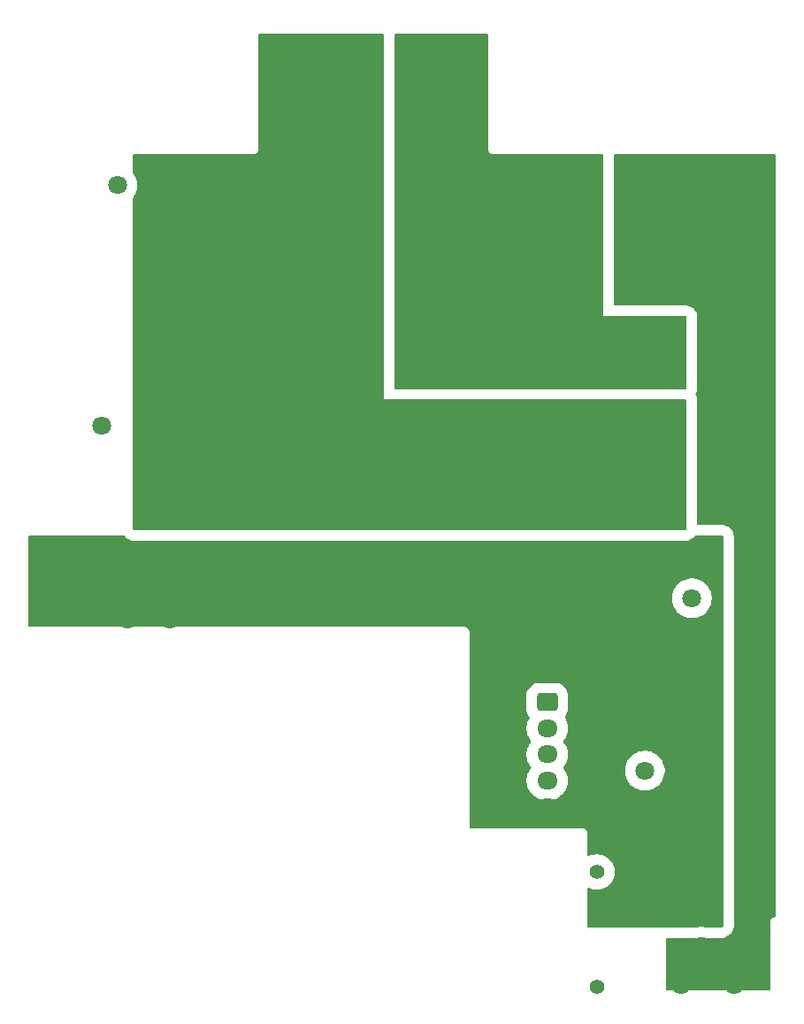
<source format=gbl>
G04 #@! TF.GenerationSoftware,KiCad,Pcbnew,9.0.5*
G04 #@! TF.CreationDate,2025-12-18T19:52:08+01:00*
G04 #@! TF.ProjectId,peak-ignitor-box-bms,7065616b-2d69-4676-9e69-746f722d626f,rev?*
G04 #@! TF.SameCoordinates,Original*
G04 #@! TF.FileFunction,Copper,L4,Bot*
G04 #@! TF.FilePolarity,Positive*
%FSLAX46Y46*%
G04 Gerber Fmt 4.6, Leading zero omitted, Abs format (unit mm)*
G04 Created by KiCad (PCBNEW 9.0.5) date 2025-12-18 19:52:08*
%MOMM*%
%LPD*%
G01*
G04 APERTURE LIST*
G04 Aperture macros list*
%AMRoundRect*
0 Rectangle with rounded corners*
0 $1 Rounding radius*
0 $2 $3 $4 $5 $6 $7 $8 $9 X,Y pos of 4 corners*
0 Add a 4 corners polygon primitive as box body*
4,1,4,$2,$3,$4,$5,$6,$7,$8,$9,$2,$3,0*
0 Add four circle primitives for the rounded corners*
1,1,$1+$1,$2,$3*
1,1,$1+$1,$4,$5*
1,1,$1+$1,$6,$7*
1,1,$1+$1,$8,$9*
0 Add four rect primitives between the rounded corners*
20,1,$1+$1,$2,$3,$4,$5,0*
20,1,$1+$1,$4,$5,$6,$7,0*
20,1,$1+$1,$6,$7,$8,$9,0*
20,1,$1+$1,$8,$9,$2,$3,0*%
G04 Aperture macros list end*
G04 #@! TA.AperFunction,ComponentPad*
%ADD10C,7.500000*%
G04 #@! TD*
G04 #@! TA.AperFunction,ComponentPad*
%ADD11RoundRect,0.250000X-0.725000X0.600000X-0.725000X-0.600000X0.725000X-0.600000X0.725000X0.600000X0*%
G04 #@! TD*
G04 #@! TA.AperFunction,ComponentPad*
%ADD12O,1.950000X1.700000*%
G04 #@! TD*
G04 #@! TA.AperFunction,ComponentPad*
%ADD13C,1.400000*%
G04 #@! TD*
G04 #@! TA.AperFunction,ComponentPad*
%ADD14RoundRect,0.770000X0.980000X-0.980000X0.980000X0.980000X-0.980000X0.980000X-0.980000X-0.980000X0*%
G04 #@! TD*
G04 #@! TA.AperFunction,ComponentPad*
%ADD15C,3.500000*%
G04 #@! TD*
G04 #@! TA.AperFunction,ViaPad*
%ADD16C,1.800000*%
G04 #@! TD*
G04 APERTURE END LIST*
D10*
X115996592Y-27990385D03*
X127981116Y-27996701D03*
D11*
X138150000Y-85950000D03*
D12*
X138150000Y-88450000D03*
X138150000Y-90950000D03*
X138150000Y-93450000D03*
X138150000Y-95950000D03*
D13*
X142909018Y-113195107D03*
X142909018Y-102195107D03*
D14*
X152909018Y-105195107D03*
D15*
X152909018Y-110195107D03*
D16*
X136000000Y-54000000D03*
X136000000Y-50000000D03*
X146000000Y-67000000D03*
X148000000Y-65000000D03*
X144000000Y-65000000D03*
X138000000Y-67000000D03*
X142000000Y-67000000D03*
X140000000Y-65000000D03*
X138000000Y-63000000D03*
X142000000Y-63000000D03*
X140000000Y-61000000D03*
X138000000Y-59000000D03*
X142000000Y-59000000D03*
X138000000Y-48000000D03*
X138000000Y-52000000D03*
X142000000Y-48000000D03*
X140000000Y-50000000D03*
X140000000Y-54000000D03*
X144000000Y-54000000D03*
X142000000Y-52000000D03*
X144000000Y-50000000D03*
X157000000Y-92500000D03*
X147500000Y-92500000D03*
X97000000Y-36500000D03*
X95500000Y-59500000D03*
X152000000Y-76000000D03*
X158000000Y-107000000D03*
X151000000Y-113000000D03*
X150000000Y-105000000D03*
X152000000Y-98000000D03*
X154000000Y-100000000D03*
X150000000Y-100000000D03*
X152000000Y-102000000D03*
X98000000Y-78000000D03*
X102000000Y-78000000D03*
X104000000Y-76000000D03*
X102000000Y-74000000D03*
X100000000Y-76000000D03*
X98000000Y-74000000D03*
X158000000Y-111000000D03*
X156000000Y-109000000D03*
X156000000Y-113000000D03*
X146000000Y-41000000D03*
X148000000Y-43000000D03*
X150000000Y-41000000D03*
X152000000Y-43000000D03*
X156000000Y-43000000D03*
X158000000Y-41000000D03*
X154000000Y-41000000D03*
X152000000Y-39000000D03*
X156000000Y-39000000D03*
X158000000Y-37000000D03*
X156000000Y-35000000D03*
X154000000Y-37000000D03*
X152000000Y-35000000D03*
G04 #@! TA.AperFunction,Conductor*
G36*
X159943039Y-33520185D02*
G01*
X159988794Y-33572989D01*
X160000000Y-33624500D01*
X160000000Y-106386696D01*
X159980315Y-106453735D01*
X159927511Y-106499490D01*
X159908097Y-106506469D01*
X159866853Y-106517520D01*
X159806812Y-106533608D01*
X159692686Y-106599500D01*
X159692683Y-106599502D01*
X159599502Y-106692683D01*
X159599500Y-106692686D01*
X159533608Y-106806812D01*
X159499500Y-106934108D01*
X159499500Y-113376000D01*
X159479815Y-113443039D01*
X159427011Y-113488794D01*
X159375500Y-113500000D01*
X149624000Y-113500000D01*
X149556961Y-113480315D01*
X149511206Y-113427511D01*
X149500000Y-113376000D01*
X149500000Y-108629500D01*
X149519685Y-108562461D01*
X149572489Y-108516706D01*
X149624000Y-108505500D01*
X152342432Y-108505500D01*
X152342447Y-108505500D01*
X152455040Y-108499176D01*
X152482630Y-108496067D01*
X152571732Y-108480928D01*
X152593757Y-108477186D01*
X152593758Y-108477185D01*
X152593774Y-108477183D01*
X152609493Y-108473595D01*
X152623185Y-108471269D01*
X152804090Y-108450886D01*
X152817973Y-108450107D01*
X153000056Y-108450107D01*
X153013939Y-108450887D01*
X153194852Y-108471270D01*
X153208557Y-108473598D01*
X153224253Y-108477181D01*
X153335409Y-108496068D01*
X153362571Y-108499128D01*
X153362964Y-108499173D01*
X153363000Y-108499177D01*
X153475589Y-108505500D01*
X153475606Y-108505500D01*
X154790829Y-108505500D01*
X154790832Y-108505500D01*
X154832808Y-108504623D01*
X154841054Y-108504278D01*
X154841059Y-108504278D01*
X154841680Y-108504252D01*
X154841681Y-108504253D01*
X154842195Y-108504232D01*
X154842199Y-108504231D01*
X154842720Y-108504210D01*
X154843128Y-108504194D01*
X154869716Y-108503193D01*
X154870053Y-108502986D01*
X154889874Y-108499277D01*
X154967530Y-108491209D01*
X154967534Y-108491208D01*
X154967756Y-108491166D01*
X154968187Y-108491047D01*
X154968190Y-108491047D01*
X154982226Y-108487179D01*
X155163740Y-108437418D01*
X155193844Y-108425779D01*
X155223986Y-108414290D01*
X155302028Y-108380701D01*
X155475470Y-108274355D01*
X155475672Y-108274201D01*
X155478162Y-108272296D01*
X155547674Y-108218957D01*
X155553259Y-108215245D01*
X155559320Y-108210640D01*
X155618427Y-108156968D01*
X155619481Y-108156055D01*
X155628434Y-108151961D01*
X155656995Y-108124693D01*
X155656996Y-108124694D01*
X155670127Y-108112158D01*
X155708150Y-108073856D01*
X155715357Y-108064444D01*
X155718585Y-108060954D01*
X155755184Y-108019108D01*
X155790468Y-107966366D01*
X155831850Y-107912332D01*
X155841794Y-107891789D01*
X155850339Y-107876874D01*
X155868312Y-107850011D01*
X155900271Y-107771577D01*
X155903476Y-107764378D01*
X155919999Y-107730251D01*
X155920207Y-107730022D01*
X155921870Y-107725460D01*
X155921882Y-107725427D01*
X155933684Y-107693077D01*
X155944351Y-107663837D01*
X155944351Y-107663834D01*
X155944380Y-107663757D01*
X155944976Y-107661975D01*
X155963596Y-107598558D01*
X155963597Y-107598559D01*
X155964755Y-107594616D01*
X155964762Y-107594586D01*
X155965473Y-107592163D01*
X155965475Y-107592158D01*
X155965484Y-107592126D01*
X155966269Y-107589451D01*
X155966671Y-107586922D01*
X155979591Y-107535060D01*
X155980263Y-107532486D01*
X155988275Y-107503188D01*
X155998241Y-107382856D01*
X155998447Y-107380630D01*
X156005499Y-107311290D01*
X156005500Y-107311289D01*
X156005500Y-70124010D01*
X156005433Y-70112420D01*
X156005433Y-70112412D01*
X155982519Y-69910257D01*
X155971313Y-69858746D01*
X155946784Y-69767062D01*
X155865692Y-69580473D01*
X155865691Y-69580471D01*
X155865689Y-69580468D01*
X155748705Y-69414033D01*
X155748704Y-69414032D01*
X155748700Y-69414026D01*
X155702945Y-69361222D01*
X155583832Y-69244821D01*
X155583830Y-69244819D01*
X155414738Y-69131693D01*
X155414731Y-69131690D01*
X155226328Y-69054916D01*
X155226322Y-69054914D01*
X155159293Y-69035233D01*
X155159295Y-69035233D01*
X155159290Y-69035232D01*
X155078406Y-69015083D01*
X155078402Y-69015082D01*
X155078403Y-69015082D01*
X154876001Y-68994500D01*
X154876000Y-68994500D01*
X152629500Y-68994500D01*
X152562461Y-68974815D01*
X152516706Y-68922011D01*
X152505500Y-68870500D01*
X152505500Y-57124010D01*
X152505433Y-57112420D01*
X152505433Y-57112412D01*
X152482519Y-56910257D01*
X152471313Y-56858746D01*
X152446784Y-56767062D01*
X152365692Y-56580473D01*
X152357240Y-56568449D01*
X152334794Y-56502285D01*
X152351681Y-56434487D01*
X152355612Y-56428212D01*
X152368308Y-56409236D01*
X152445083Y-56220829D01*
X152464768Y-56153790D01*
X152484917Y-56072906D01*
X152505500Y-55870500D01*
X152505500Y-49124000D01*
X152505433Y-49112412D01*
X152482519Y-48910257D01*
X152471313Y-48858746D01*
X152446784Y-48767062D01*
X152365692Y-48580473D01*
X152365691Y-48580471D01*
X152365689Y-48580468D01*
X152248705Y-48414033D01*
X152248704Y-48414032D01*
X152248700Y-48414026D01*
X152202945Y-48361222D01*
X152083832Y-48244821D01*
X152083830Y-48244819D01*
X151914738Y-48131693D01*
X151914731Y-48131690D01*
X151726328Y-48054916D01*
X151726322Y-48054914D01*
X151659293Y-48035233D01*
X151659295Y-48035233D01*
X151659290Y-48035232D01*
X151578406Y-48015083D01*
X151578402Y-48015082D01*
X151578403Y-48015082D01*
X151376001Y-47994500D01*
X151376000Y-47994500D01*
X144629500Y-47994500D01*
X144562461Y-47974815D01*
X144516706Y-47922011D01*
X144505500Y-47870500D01*
X144505500Y-33624500D01*
X144525185Y-33557461D01*
X144577989Y-33511706D01*
X144629500Y-33500500D01*
X159876000Y-33500500D01*
X159943039Y-33520185D01*
G37*
G04 #@! TD.AperFunction*
G04 #@! TA.AperFunction,Conductor*
G36*
X132442539Y-22019685D02*
G01*
X132488294Y-22072489D01*
X132499500Y-22124000D01*
X132499500Y-33065891D01*
X132533608Y-33193187D01*
X132566554Y-33250250D01*
X132599500Y-33307314D01*
X132692686Y-33400500D01*
X132806814Y-33466392D01*
X132934108Y-33500500D01*
X133065892Y-33500500D01*
X143376000Y-33500500D01*
X143443039Y-33520185D01*
X143488794Y-33572989D01*
X143500000Y-33624500D01*
X143500000Y-49000000D01*
X151376000Y-49000000D01*
X151443039Y-49019685D01*
X151488794Y-49072489D01*
X151500000Y-49124000D01*
X151500000Y-55870500D01*
X151480315Y-55937539D01*
X151427511Y-55983294D01*
X151376000Y-55994500D01*
X123629500Y-55994500D01*
X123562461Y-55974815D01*
X123516706Y-55922011D01*
X123505500Y-55870500D01*
X123505500Y-22124000D01*
X123525185Y-22056961D01*
X123577989Y-22011206D01*
X123629500Y-22000000D01*
X132375500Y-22000000D01*
X132442539Y-22019685D01*
G37*
G04 #@! TD.AperFunction*
G04 #@! TA.AperFunction,Conductor*
G36*
X122443039Y-22019685D02*
G01*
X122488794Y-22072489D01*
X122500000Y-22124000D01*
X122500000Y-57000000D01*
X151376000Y-57000000D01*
X151443039Y-57019685D01*
X151488794Y-57072489D01*
X151500000Y-57124000D01*
X151500000Y-69376000D01*
X151480315Y-69443039D01*
X151427511Y-69488794D01*
X151376000Y-69500000D01*
X98624000Y-69500000D01*
X98556961Y-69480315D01*
X98511206Y-69427511D01*
X98500000Y-69376000D01*
X98500000Y-37709168D01*
X98519685Y-37642129D01*
X98525624Y-37633682D01*
X98539134Y-37616075D01*
X98583599Y-37558127D01*
X98708164Y-37342373D01*
X98803502Y-37112207D01*
X98867982Y-36871565D01*
X98900500Y-36624565D01*
X98900500Y-36375435D01*
X98867982Y-36128435D01*
X98803502Y-35887793D01*
X98708164Y-35657627D01*
X98583599Y-35441873D01*
X98525624Y-35366317D01*
X98500430Y-35301147D01*
X98500000Y-35290831D01*
X98500000Y-33624500D01*
X98519685Y-33557461D01*
X98572489Y-33511706D01*
X98624000Y-33500500D01*
X110065890Y-33500500D01*
X110065892Y-33500500D01*
X110193186Y-33466392D01*
X110307314Y-33400500D01*
X110400500Y-33307314D01*
X110466392Y-33193186D01*
X110500500Y-33065892D01*
X110500500Y-24934108D01*
X110500500Y-22124000D01*
X110520185Y-22056961D01*
X110572989Y-22011206D01*
X110624500Y-22000000D01*
X122376000Y-22000000D01*
X122443039Y-22019685D01*
G37*
G04 #@! TD.AperFunction*
G04 #@! TA.AperFunction,Conductor*
G36*
X97693500Y-70019685D02*
G01*
X97727908Y-70052694D01*
X97751300Y-70085974D01*
X97797055Y-70138778D01*
X97916168Y-70255179D01*
X98085264Y-70368308D01*
X98273671Y-70445083D01*
X98273677Y-70445085D01*
X98288687Y-70449492D01*
X98340710Y-70464768D01*
X98421594Y-70484917D01*
X98556531Y-70498639D01*
X98623999Y-70505500D01*
X98624000Y-70505500D01*
X151375990Y-70505500D01*
X151376000Y-70505500D01*
X151387588Y-70505433D01*
X151589743Y-70482519D01*
X151641254Y-70471313D01*
X151732938Y-70446784D01*
X151919527Y-70365692D01*
X152085974Y-70248700D01*
X152138778Y-70202945D01*
X152255179Y-70083832D01*
X152274435Y-70055048D01*
X152328073Y-70010276D01*
X152377497Y-70000000D01*
X154876000Y-70000000D01*
X154943039Y-70019685D01*
X154988794Y-70072489D01*
X155000000Y-70124000D01*
X155000000Y-107311282D01*
X154998842Y-107315225D01*
X154999745Y-107319237D01*
X154989078Y-107348477D01*
X154980315Y-107378321D01*
X154976806Y-107382116D01*
X154975800Y-107384876D01*
X154962669Y-107397412D01*
X154951023Y-107410012D01*
X154944962Y-107414617D01*
X154941873Y-107416401D01*
X154866057Y-107474576D01*
X154865855Y-107474730D01*
X154833452Y-107487081D01*
X154801149Y-107499570D01*
X154800635Y-107499591D01*
X154800568Y-107499617D01*
X154800477Y-107499597D01*
X154790832Y-107500000D01*
X153475589Y-107500000D01*
X153447998Y-107496891D01*
X153370470Y-107479196D01*
X153370467Y-107479195D01*
X153370455Y-107479193D01*
X153063489Y-107444607D01*
X153063483Y-107444607D01*
X152754553Y-107444607D01*
X152754546Y-107444607D01*
X152447580Y-107479193D01*
X152447566Y-107479196D01*
X152370037Y-107496891D01*
X152342447Y-107500000D01*
X142124500Y-107500000D01*
X142057461Y-107480315D01*
X142011706Y-107427511D01*
X142000500Y-107376000D01*
X142000500Y-103844974D01*
X142020185Y-103777935D01*
X142072989Y-103732180D01*
X142142147Y-103722236D01*
X142171951Y-103730412D01*
X142361237Y-103808817D01*
X142576555Y-103866511D01*
X142797561Y-103895607D01*
X142797568Y-103895607D01*
X143020468Y-103895607D01*
X143020475Y-103895607D01*
X143241481Y-103866511D01*
X143456799Y-103808817D01*
X143662744Y-103723512D01*
X143855792Y-103612055D01*
X144032642Y-103476354D01*
X144190265Y-103318731D01*
X144325966Y-103141881D01*
X144437423Y-102948833D01*
X144522728Y-102742888D01*
X144580422Y-102527570D01*
X144609518Y-102306564D01*
X144609518Y-102083650D01*
X144580422Y-101862644D01*
X144522728Y-101647326D01*
X144437423Y-101441381D01*
X144325966Y-101248333D01*
X144190265Y-101071483D01*
X144190260Y-101071477D01*
X144032647Y-100913864D01*
X144032640Y-100913858D01*
X143855800Y-100778165D01*
X143855798Y-100778164D01*
X143855792Y-100778159D01*
X143662744Y-100666702D01*
X143662740Y-100666700D01*
X143456808Y-100581400D01*
X143456801Y-100581398D01*
X143456799Y-100581397D01*
X143241481Y-100523703D01*
X143241475Y-100523702D01*
X143241470Y-100523701D01*
X143020484Y-100494608D01*
X143020481Y-100494607D01*
X143020475Y-100494607D01*
X142797561Y-100494607D01*
X142797555Y-100494607D01*
X142797551Y-100494608D01*
X142576565Y-100523701D01*
X142576558Y-100523702D01*
X142576555Y-100523703D01*
X142381734Y-100575905D01*
X142361237Y-100581397D01*
X142361221Y-100581402D01*
X142171952Y-100659800D01*
X142102483Y-100667269D01*
X142040004Y-100635994D01*
X142004352Y-100575905D01*
X142000500Y-100545239D01*
X142000500Y-98434110D01*
X142000500Y-98434108D01*
X141966392Y-98306814D01*
X141900500Y-98192686D01*
X141807314Y-98099500D01*
X141750250Y-98066554D01*
X141693187Y-98033608D01*
X141629539Y-98016554D01*
X141565892Y-97999500D01*
X141565891Y-97999500D01*
X130824500Y-97999500D01*
X130757461Y-97979815D01*
X130711706Y-97927011D01*
X130700500Y-97875500D01*
X130700500Y-85285777D01*
X136174500Y-85285777D01*
X136174500Y-86614208D01*
X136174501Y-86614223D01*
X136184904Y-86746413D01*
X136184905Y-86746420D01*
X136239902Y-86964678D01*
X136239903Y-86964681D01*
X136332991Y-87169622D01*
X136332997Y-87169632D01*
X136448863Y-87336876D01*
X136470860Y-87403193D01*
X136454322Y-87469492D01*
X136361777Y-87629784D01*
X136361773Y-87629794D01*
X136268947Y-87853895D01*
X136206161Y-88088214D01*
X136174500Y-88328711D01*
X136174500Y-88571288D01*
X136206161Y-88811785D01*
X136268947Y-89046104D01*
X136361773Y-89270205D01*
X136361776Y-89270212D01*
X136483064Y-89480289D01*
X136483066Y-89480292D01*
X136483067Y-89480293D01*
X136593731Y-89624514D01*
X136618925Y-89689683D01*
X136604887Y-89758128D01*
X136593731Y-89775486D01*
X136483067Y-89919706D01*
X136361777Y-90129785D01*
X136361773Y-90129794D01*
X136268947Y-90353895D01*
X136206161Y-90588214D01*
X136174500Y-90828711D01*
X136174500Y-91071288D01*
X136206161Y-91311785D01*
X136268947Y-91546104D01*
X136315140Y-91657623D01*
X136361776Y-91770212D01*
X136483064Y-91980289D01*
X136483066Y-91980292D01*
X136483067Y-91980293D01*
X136593731Y-92124514D01*
X136618925Y-92189683D01*
X136604887Y-92258128D01*
X136593731Y-92275486D01*
X136483067Y-92419706D01*
X136361777Y-92629785D01*
X136361773Y-92629794D01*
X136268947Y-92853895D01*
X136206161Y-93088214D01*
X136174500Y-93328711D01*
X136174500Y-93571288D01*
X136206161Y-93811785D01*
X136268947Y-94046104D01*
X136336074Y-94208162D01*
X136361776Y-94270212D01*
X136483064Y-94480289D01*
X136483066Y-94480292D01*
X136483067Y-94480293D01*
X136630733Y-94672736D01*
X136630739Y-94672743D01*
X136802256Y-94844260D01*
X136802262Y-94844265D01*
X136994711Y-94991936D01*
X137204788Y-95113224D01*
X137428900Y-95206054D01*
X137663211Y-95268838D01*
X137843586Y-95292584D01*
X137903711Y-95300500D01*
X137903712Y-95300500D01*
X138396289Y-95300500D01*
X138444388Y-95294167D01*
X138636789Y-95268838D01*
X138871100Y-95206054D01*
X139095212Y-95113224D01*
X139305289Y-94991936D01*
X139497738Y-94844265D01*
X139669265Y-94672738D01*
X139816936Y-94480289D01*
X139938224Y-94270212D01*
X140031054Y-94046100D01*
X140093838Y-93811789D01*
X140125500Y-93571288D01*
X140125500Y-93328712D01*
X140093838Y-93088211D01*
X140031054Y-92853900D01*
X139938224Y-92629788D01*
X139816936Y-92419711D01*
X139782967Y-92375441D01*
X145599500Y-92375441D01*
X145599500Y-92624558D01*
X145599501Y-92624575D01*
X145632017Y-92871561D01*
X145696498Y-93112207D01*
X145791830Y-93342361D01*
X145791837Y-93342376D01*
X145916400Y-93558126D01*
X146068060Y-93755774D01*
X146068066Y-93755781D01*
X146244218Y-93931933D01*
X146244225Y-93931939D01*
X146441873Y-94083599D01*
X146657623Y-94208162D01*
X146657638Y-94208169D01*
X146756825Y-94249253D01*
X146887793Y-94303502D01*
X147128435Y-94367982D01*
X147375435Y-94400500D01*
X147375442Y-94400500D01*
X147624558Y-94400500D01*
X147624565Y-94400500D01*
X147871565Y-94367982D01*
X148112207Y-94303502D01*
X148342373Y-94208164D01*
X148558127Y-94083599D01*
X148755776Y-93931938D01*
X148931938Y-93755776D01*
X149083599Y-93558127D01*
X149208164Y-93342373D01*
X149303502Y-93112207D01*
X149367982Y-92871565D01*
X149400500Y-92624565D01*
X149400500Y-92375435D01*
X149367982Y-92128435D01*
X149303502Y-91887793D01*
X149208164Y-91657627D01*
X149143776Y-91546104D01*
X149083599Y-91441873D01*
X148931939Y-91244225D01*
X148931933Y-91244218D01*
X148755781Y-91068066D01*
X148755774Y-91068060D01*
X148558126Y-90916400D01*
X148342376Y-90791837D01*
X148342361Y-90791830D01*
X148112207Y-90696498D01*
X147871561Y-90632017D01*
X147624575Y-90599501D01*
X147624570Y-90599500D01*
X147624565Y-90599500D01*
X147375435Y-90599500D01*
X147375429Y-90599500D01*
X147375424Y-90599501D01*
X147128438Y-90632017D01*
X146887792Y-90696498D01*
X146657638Y-90791830D01*
X146657623Y-90791837D01*
X146441873Y-90916400D01*
X146244225Y-91068060D01*
X146244218Y-91068066D01*
X146068066Y-91244218D01*
X146068060Y-91244225D01*
X145916400Y-91441873D01*
X145791837Y-91657623D01*
X145791830Y-91657638D01*
X145696498Y-91887792D01*
X145632017Y-92128438D01*
X145599501Y-92375424D01*
X145599500Y-92375441D01*
X139782967Y-92375441D01*
X139705704Y-92274750D01*
X139705176Y-92274041D01*
X139693357Y-92242090D01*
X139681074Y-92210317D01*
X139681263Y-92209395D01*
X139680936Y-92208511D01*
X139688269Y-92175234D01*
X139695112Y-92141873D01*
X139695887Y-92140665D01*
X139695973Y-92140279D01*
X139696425Y-92139828D01*
X139706261Y-92124523D01*
X139816936Y-91980289D01*
X139938224Y-91770212D01*
X140031054Y-91546100D01*
X140093838Y-91311789D01*
X140125500Y-91071288D01*
X140125500Y-90828712D01*
X140120644Y-90791830D01*
X140093838Y-90588214D01*
X140093838Y-90588211D01*
X140031054Y-90353900D01*
X139938224Y-90129788D01*
X139816936Y-89919711D01*
X139706266Y-89775483D01*
X139681074Y-89710317D01*
X139695112Y-89641873D01*
X139706261Y-89624523D01*
X139816936Y-89480289D01*
X139938224Y-89270212D01*
X140031054Y-89046100D01*
X140093838Y-88811789D01*
X140125500Y-88571288D01*
X140125500Y-88328712D01*
X140093838Y-88088211D01*
X140031054Y-87853900D01*
X139938224Y-87629788D01*
X139938222Y-87629784D01*
X139845677Y-87469491D01*
X139829204Y-87401591D01*
X139851136Y-87336875D01*
X139967003Y-87169632D01*
X139967003Y-87169631D01*
X139967007Y-87169626D01*
X140060096Y-86964683D01*
X140115096Y-86746412D01*
X140125500Y-86614217D01*
X140125499Y-85285784D01*
X140115096Y-85153588D01*
X140060096Y-84935317D01*
X139967007Y-84730374D01*
X139838819Y-84545346D01*
X139679654Y-84386181D01*
X139679650Y-84386178D01*
X139679645Y-84386174D01*
X139494632Y-84257997D01*
X139494630Y-84257995D01*
X139494626Y-84257993D01*
X139289683Y-84164904D01*
X139289681Y-84164903D01*
X139289678Y-84164902D01*
X139071420Y-84109905D01*
X139071413Y-84109904D01*
X139027347Y-84106436D01*
X138939217Y-84099500D01*
X138939215Y-84099500D01*
X137360791Y-84099500D01*
X137360776Y-84099501D01*
X137228586Y-84109904D01*
X137228579Y-84109905D01*
X137010321Y-84164902D01*
X137010318Y-84164903D01*
X136805377Y-84257991D01*
X136805367Y-84257997D01*
X136620354Y-84386174D01*
X136620342Y-84386184D01*
X136461184Y-84545342D01*
X136461174Y-84545354D01*
X136332997Y-84730367D01*
X136332991Y-84730377D01*
X136239903Y-84935318D01*
X136239902Y-84935321D01*
X136184905Y-85153579D01*
X136184904Y-85153586D01*
X136174500Y-85285777D01*
X130700500Y-85285777D01*
X130700500Y-79184110D01*
X130700500Y-79184108D01*
X130666392Y-79056814D01*
X130600500Y-78942686D01*
X130507314Y-78849500D01*
X130450250Y-78816554D01*
X130393187Y-78783608D01*
X130329539Y-78766554D01*
X130265892Y-78749500D01*
X88624000Y-78749500D01*
X88556961Y-78729815D01*
X88511206Y-78677011D01*
X88500000Y-78625500D01*
X88500000Y-75875441D01*
X150099500Y-75875441D01*
X150099500Y-76124558D01*
X150099501Y-76124575D01*
X150132017Y-76371561D01*
X150196498Y-76612207D01*
X150291830Y-76842361D01*
X150291837Y-76842376D01*
X150416400Y-77058126D01*
X150568060Y-77255774D01*
X150568066Y-77255781D01*
X150744218Y-77431933D01*
X150744225Y-77431939D01*
X150941873Y-77583599D01*
X151157623Y-77708162D01*
X151157638Y-77708169D01*
X151256825Y-77749253D01*
X151387793Y-77803502D01*
X151628435Y-77867982D01*
X151875435Y-77900500D01*
X151875442Y-77900500D01*
X152124558Y-77900500D01*
X152124565Y-77900500D01*
X152371565Y-77867982D01*
X152612207Y-77803502D01*
X152842373Y-77708164D01*
X153058127Y-77583599D01*
X153255776Y-77431938D01*
X153431938Y-77255776D01*
X153583599Y-77058127D01*
X153708164Y-76842373D01*
X153803502Y-76612207D01*
X153867982Y-76371565D01*
X153900500Y-76124565D01*
X153900500Y-75875435D01*
X153867982Y-75628435D01*
X153803502Y-75387793D01*
X153708164Y-75157627D01*
X153583599Y-74941873D01*
X153431938Y-74744224D01*
X153431933Y-74744218D01*
X153255781Y-74568066D01*
X153255774Y-74568060D01*
X153058126Y-74416400D01*
X152842376Y-74291837D01*
X152842361Y-74291830D01*
X152612207Y-74196498D01*
X152371561Y-74132017D01*
X152124575Y-74099501D01*
X152124570Y-74099500D01*
X152124565Y-74099500D01*
X151875435Y-74099500D01*
X151875429Y-74099500D01*
X151875424Y-74099501D01*
X151628438Y-74132017D01*
X151387792Y-74196498D01*
X151157638Y-74291830D01*
X151157623Y-74291837D01*
X150941873Y-74416400D01*
X150744225Y-74568060D01*
X150744218Y-74568066D01*
X150568066Y-74744218D01*
X150568060Y-74744225D01*
X150416400Y-74941873D01*
X150291837Y-75157623D01*
X150291830Y-75157638D01*
X150196498Y-75387792D01*
X150132017Y-75628438D01*
X150099501Y-75875424D01*
X150099500Y-75875441D01*
X88500000Y-75875441D01*
X88500000Y-70124000D01*
X88519685Y-70056961D01*
X88572489Y-70011206D01*
X88624000Y-70000000D01*
X97626461Y-70000000D01*
X97693500Y-70019685D01*
G37*
G04 #@! TD.AperFunction*
M02*

</source>
